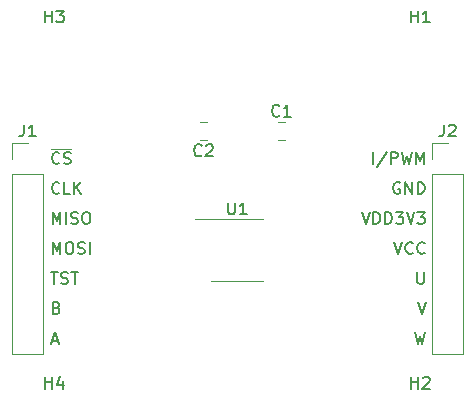
<source format=gbr>
%TF.GenerationSoftware,KiCad,Pcbnew,(5.1.10)-1*%
%TF.CreationDate,2021-11-06T00:44:08+01:00*%
%TF.ProjectId,AS5047D_breakout,41533530-3437-4445-9f62-7265616b6f75,rev?*%
%TF.SameCoordinates,Original*%
%TF.FileFunction,Legend,Top*%
%TF.FilePolarity,Positive*%
%FSLAX46Y46*%
G04 Gerber Fmt 4.6, Leading zero omitted, Abs format (unit mm)*
G04 Created by KiCad (PCBNEW (5.1.10)-1) date 2021-11-06 00:44:08*
%MOMM*%
%LPD*%
G01*
G04 APERTURE LIST*
%ADD10C,0.150000*%
%ADD11C,0.120000*%
G04 APERTURE END LIST*
D10*
X256312500Y-115022380D02*
X256550595Y-116022380D01*
X256741071Y-115308095D01*
X256931547Y-116022380D01*
X257169642Y-115022380D01*
X256550595Y-112482380D02*
X256883928Y-113482380D01*
X257217261Y-112482380D01*
X256502976Y-109942380D02*
X256502976Y-110751904D01*
X256550595Y-110847142D01*
X256598214Y-110894761D01*
X256693452Y-110942380D01*
X256883928Y-110942380D01*
X256979166Y-110894761D01*
X257026785Y-110847142D01*
X257074404Y-110751904D01*
X257074404Y-109942380D01*
X254550595Y-107402380D02*
X254883928Y-108402380D01*
X255217261Y-107402380D01*
X256122023Y-108307142D02*
X256074404Y-108354761D01*
X255931547Y-108402380D01*
X255836309Y-108402380D01*
X255693452Y-108354761D01*
X255598214Y-108259523D01*
X255550595Y-108164285D01*
X255502976Y-107973809D01*
X255502976Y-107830952D01*
X255550595Y-107640476D01*
X255598214Y-107545238D01*
X255693452Y-107450000D01*
X255836309Y-107402380D01*
X255931547Y-107402380D01*
X256074404Y-107450000D01*
X256122023Y-107497619D01*
X257122023Y-108307142D02*
X257074404Y-108354761D01*
X256931547Y-108402380D01*
X256836309Y-108402380D01*
X256693452Y-108354761D01*
X256598214Y-108259523D01*
X256550595Y-108164285D01*
X256502976Y-107973809D01*
X256502976Y-107830952D01*
X256550595Y-107640476D01*
X256598214Y-107545238D01*
X256693452Y-107450000D01*
X256836309Y-107402380D01*
X256931547Y-107402380D01*
X257074404Y-107450000D01*
X257122023Y-107497619D01*
X251788690Y-104862380D02*
X252122023Y-105862380D01*
X252455357Y-104862380D01*
X252788690Y-105862380D02*
X252788690Y-104862380D01*
X253026785Y-104862380D01*
X253169642Y-104910000D01*
X253264880Y-105005238D01*
X253312500Y-105100476D01*
X253360119Y-105290952D01*
X253360119Y-105433809D01*
X253312500Y-105624285D01*
X253264880Y-105719523D01*
X253169642Y-105814761D01*
X253026785Y-105862380D01*
X252788690Y-105862380D01*
X253788690Y-105862380D02*
X253788690Y-104862380D01*
X254026785Y-104862380D01*
X254169642Y-104910000D01*
X254264880Y-105005238D01*
X254312500Y-105100476D01*
X254360119Y-105290952D01*
X254360119Y-105433809D01*
X254312500Y-105624285D01*
X254264880Y-105719523D01*
X254169642Y-105814761D01*
X254026785Y-105862380D01*
X253788690Y-105862380D01*
X254693452Y-104862380D02*
X255312500Y-104862380D01*
X254979166Y-105243333D01*
X255122023Y-105243333D01*
X255217261Y-105290952D01*
X255264880Y-105338571D01*
X255312500Y-105433809D01*
X255312500Y-105671904D01*
X255264880Y-105767142D01*
X255217261Y-105814761D01*
X255122023Y-105862380D01*
X254836309Y-105862380D01*
X254741071Y-105814761D01*
X254693452Y-105767142D01*
X255598214Y-104862380D02*
X255931547Y-105862380D01*
X256264880Y-104862380D01*
X256502976Y-104862380D02*
X257122023Y-104862380D01*
X256788690Y-105243333D01*
X256931547Y-105243333D01*
X257026785Y-105290952D01*
X257074404Y-105338571D01*
X257122023Y-105433809D01*
X257122023Y-105671904D01*
X257074404Y-105767142D01*
X257026785Y-105814761D01*
X256931547Y-105862380D01*
X256645833Y-105862380D01*
X256550595Y-105814761D01*
X256502976Y-105767142D01*
X255026785Y-102370000D02*
X254931547Y-102322380D01*
X254788690Y-102322380D01*
X254645833Y-102370000D01*
X254550595Y-102465238D01*
X254502976Y-102560476D01*
X254455357Y-102750952D01*
X254455357Y-102893809D01*
X254502976Y-103084285D01*
X254550595Y-103179523D01*
X254645833Y-103274761D01*
X254788690Y-103322380D01*
X254883928Y-103322380D01*
X255026785Y-103274761D01*
X255074404Y-103227142D01*
X255074404Y-102893809D01*
X254883928Y-102893809D01*
X255502976Y-103322380D02*
X255502976Y-102322380D01*
X256074404Y-103322380D01*
X256074404Y-102322380D01*
X256550595Y-103322380D02*
X256550595Y-102322380D01*
X256788690Y-102322380D01*
X256931547Y-102370000D01*
X257026785Y-102465238D01*
X257074404Y-102560476D01*
X257122023Y-102750952D01*
X257122023Y-102893809D01*
X257074404Y-103084285D01*
X257026785Y-103179523D01*
X256931547Y-103274761D01*
X256788690Y-103322380D01*
X256550595Y-103322380D01*
X252741071Y-100782380D02*
X252741071Y-99782380D01*
X253931547Y-99734761D02*
X253074404Y-101020476D01*
X254264880Y-100782380D02*
X254264880Y-99782380D01*
X254645833Y-99782380D01*
X254741071Y-99830000D01*
X254788690Y-99877619D01*
X254836309Y-99972857D01*
X254836309Y-100115714D01*
X254788690Y-100210952D01*
X254741071Y-100258571D01*
X254645833Y-100306190D01*
X254264880Y-100306190D01*
X255169642Y-99782380D02*
X255407738Y-100782380D01*
X255598214Y-100068095D01*
X255788690Y-100782380D01*
X256026785Y-99782380D01*
X256407738Y-100782380D02*
X256407738Y-99782380D01*
X256741071Y-100496666D01*
X257074404Y-99782380D01*
X257074404Y-100782380D01*
D11*
X225496547Y-99518465D02*
X227223575Y-99518465D01*
D10*
X225577976Y-115736666D02*
X226054166Y-115736666D01*
X225482738Y-116022380D02*
X225816071Y-115022380D01*
X226149404Y-116022380D01*
X225958928Y-112958571D02*
X226101785Y-113006190D01*
X226149404Y-113053809D01*
X226197023Y-113149047D01*
X226197023Y-113291904D01*
X226149404Y-113387142D01*
X226101785Y-113434761D01*
X226006547Y-113482380D01*
X225625595Y-113482380D01*
X225625595Y-112482380D01*
X225958928Y-112482380D01*
X226054166Y-112530000D01*
X226101785Y-112577619D01*
X226149404Y-112672857D01*
X226149404Y-112768095D01*
X226101785Y-112863333D01*
X226054166Y-112910952D01*
X225958928Y-112958571D01*
X225625595Y-112958571D01*
X225482738Y-109942380D02*
X226054166Y-109942380D01*
X225768452Y-110942380D02*
X225768452Y-109942380D01*
X226339880Y-110894761D02*
X226482738Y-110942380D01*
X226720833Y-110942380D01*
X226816071Y-110894761D01*
X226863690Y-110847142D01*
X226911309Y-110751904D01*
X226911309Y-110656666D01*
X226863690Y-110561428D01*
X226816071Y-110513809D01*
X226720833Y-110466190D01*
X226530357Y-110418571D01*
X226435119Y-110370952D01*
X226387500Y-110323333D01*
X226339880Y-110228095D01*
X226339880Y-110132857D01*
X226387500Y-110037619D01*
X226435119Y-109990000D01*
X226530357Y-109942380D01*
X226768452Y-109942380D01*
X226911309Y-109990000D01*
X227197023Y-109942380D02*
X227768452Y-109942380D01*
X227482738Y-110942380D02*
X227482738Y-109942380D01*
X225625595Y-108402380D02*
X225625595Y-107402380D01*
X225958928Y-108116666D01*
X226292261Y-107402380D01*
X226292261Y-108402380D01*
X226958928Y-107402380D02*
X227149404Y-107402380D01*
X227244642Y-107450000D01*
X227339880Y-107545238D01*
X227387500Y-107735714D01*
X227387500Y-108069047D01*
X227339880Y-108259523D01*
X227244642Y-108354761D01*
X227149404Y-108402380D01*
X226958928Y-108402380D01*
X226863690Y-108354761D01*
X226768452Y-108259523D01*
X226720833Y-108069047D01*
X226720833Y-107735714D01*
X226768452Y-107545238D01*
X226863690Y-107450000D01*
X226958928Y-107402380D01*
X227768452Y-108354761D02*
X227911309Y-108402380D01*
X228149404Y-108402380D01*
X228244642Y-108354761D01*
X228292261Y-108307142D01*
X228339880Y-108211904D01*
X228339880Y-108116666D01*
X228292261Y-108021428D01*
X228244642Y-107973809D01*
X228149404Y-107926190D01*
X227958928Y-107878571D01*
X227863690Y-107830952D01*
X227816071Y-107783333D01*
X227768452Y-107688095D01*
X227768452Y-107592857D01*
X227816071Y-107497619D01*
X227863690Y-107450000D01*
X227958928Y-107402380D01*
X228197023Y-107402380D01*
X228339880Y-107450000D01*
X228768452Y-108402380D02*
X228768452Y-107402380D01*
X225625595Y-105862380D02*
X225625595Y-104862380D01*
X225958928Y-105576666D01*
X226292261Y-104862380D01*
X226292261Y-105862380D01*
X226768452Y-105862380D02*
X226768452Y-104862380D01*
X227197023Y-105814761D02*
X227339880Y-105862380D01*
X227577976Y-105862380D01*
X227673214Y-105814761D01*
X227720833Y-105767142D01*
X227768452Y-105671904D01*
X227768452Y-105576666D01*
X227720833Y-105481428D01*
X227673214Y-105433809D01*
X227577976Y-105386190D01*
X227387500Y-105338571D01*
X227292261Y-105290952D01*
X227244642Y-105243333D01*
X227197023Y-105148095D01*
X227197023Y-105052857D01*
X227244642Y-104957619D01*
X227292261Y-104910000D01*
X227387500Y-104862380D01*
X227625595Y-104862380D01*
X227768452Y-104910000D01*
X228387500Y-104862380D02*
X228577976Y-104862380D01*
X228673214Y-104910000D01*
X228768452Y-105005238D01*
X228816071Y-105195714D01*
X228816071Y-105529047D01*
X228768452Y-105719523D01*
X228673214Y-105814761D01*
X228577976Y-105862380D01*
X228387500Y-105862380D01*
X228292261Y-105814761D01*
X228197023Y-105719523D01*
X228149404Y-105529047D01*
X228149404Y-105195714D01*
X228197023Y-105005238D01*
X228292261Y-104910000D01*
X228387500Y-104862380D01*
X226197023Y-103227142D02*
X226149404Y-103274761D01*
X226006547Y-103322380D01*
X225911309Y-103322380D01*
X225768452Y-103274761D01*
X225673214Y-103179523D01*
X225625595Y-103084285D01*
X225577976Y-102893809D01*
X225577976Y-102750952D01*
X225625595Y-102560476D01*
X225673214Y-102465238D01*
X225768452Y-102370000D01*
X225911309Y-102322380D01*
X226006547Y-102322380D01*
X226149404Y-102370000D01*
X226197023Y-102417619D01*
X227101785Y-103322380D02*
X226625595Y-103322380D01*
X226625595Y-102322380D01*
X227435119Y-103322380D02*
X227435119Y-102322380D01*
X228006547Y-103322380D02*
X227577976Y-102750952D01*
X228006547Y-102322380D02*
X227435119Y-102893809D01*
X226197023Y-100687142D02*
X226149404Y-100734761D01*
X226006547Y-100782380D01*
X225911309Y-100782380D01*
X225768452Y-100734761D01*
X225673214Y-100639523D01*
X225625595Y-100544285D01*
X225577976Y-100353809D01*
X225577976Y-100210952D01*
X225625595Y-100020476D01*
X225673214Y-99925238D01*
X225768452Y-99830000D01*
X225911309Y-99782380D01*
X226006547Y-99782380D01*
X226149404Y-99830000D01*
X226197023Y-99877619D01*
X226577976Y-100734761D02*
X226720833Y-100782380D01*
X226958928Y-100782380D01*
X227054166Y-100734761D01*
X227101785Y-100687142D01*
X227149404Y-100591904D01*
X227149404Y-100496666D01*
X227101785Y-100401428D01*
X227054166Y-100353809D01*
X226958928Y-100306190D01*
X226768452Y-100258571D01*
X226673214Y-100210952D01*
X226625595Y-100163333D01*
X226577976Y-100068095D01*
X226577976Y-99972857D01*
X226625595Y-99877619D01*
X226673214Y-99830000D01*
X226768452Y-99782380D01*
X227006547Y-99782380D01*
X227149404Y-99830000D01*
D11*
%TO.C,C2*%
X238661252Y-97265000D02*
X238138748Y-97265000D01*
X238661252Y-98735000D02*
X238138748Y-98735000D01*
%TO.C,C1*%
X244738748Y-98735000D02*
X245261252Y-98735000D01*
X244738748Y-97265000D02*
X245261252Y-97265000D01*
%TO.C,J2*%
X257750000Y-99000000D02*
X259080000Y-99000000D01*
X257750000Y-100330000D02*
X257750000Y-99000000D01*
X257750000Y-101600000D02*
X260410000Y-101600000D01*
X260410000Y-101600000D02*
X260410000Y-116900000D01*
X257750000Y-101600000D02*
X257750000Y-116900000D01*
X257750000Y-116900000D02*
X260410000Y-116900000D01*
%TO.C,J1*%
X222190000Y-99000000D02*
X223520000Y-99000000D01*
X222190000Y-100330000D02*
X222190000Y-99000000D01*
X222190000Y-101600000D02*
X224850000Y-101600000D01*
X224850000Y-101600000D02*
X224850000Y-116900000D01*
X222190000Y-101600000D02*
X222190000Y-116900000D01*
X222190000Y-116900000D02*
X224850000Y-116900000D01*
%TO.C,U1*%
X241250000Y-105440000D02*
X237650000Y-105440000D01*
X241250000Y-105440000D02*
X243450000Y-105440000D01*
X241250000Y-110660000D02*
X239050000Y-110660000D01*
X241250000Y-110660000D02*
X243450000Y-110660000D01*
%TO.C,C2*%
D10*
X238233333Y-100037142D02*
X238185714Y-100084761D01*
X238042857Y-100132380D01*
X237947619Y-100132380D01*
X237804761Y-100084761D01*
X237709523Y-99989523D01*
X237661904Y-99894285D01*
X237614285Y-99703809D01*
X237614285Y-99560952D01*
X237661904Y-99370476D01*
X237709523Y-99275238D01*
X237804761Y-99180000D01*
X237947619Y-99132380D01*
X238042857Y-99132380D01*
X238185714Y-99180000D01*
X238233333Y-99227619D01*
X238614285Y-99227619D02*
X238661904Y-99180000D01*
X238757142Y-99132380D01*
X238995238Y-99132380D01*
X239090476Y-99180000D01*
X239138095Y-99227619D01*
X239185714Y-99322857D01*
X239185714Y-99418095D01*
X239138095Y-99560952D01*
X238566666Y-100132380D01*
X239185714Y-100132380D01*
%TO.C,C1*%
X244833333Y-96677142D02*
X244785714Y-96724761D01*
X244642857Y-96772380D01*
X244547619Y-96772380D01*
X244404761Y-96724761D01*
X244309523Y-96629523D01*
X244261904Y-96534285D01*
X244214285Y-96343809D01*
X244214285Y-96200952D01*
X244261904Y-96010476D01*
X244309523Y-95915238D01*
X244404761Y-95820000D01*
X244547619Y-95772380D01*
X244642857Y-95772380D01*
X244785714Y-95820000D01*
X244833333Y-95867619D01*
X245785714Y-96772380D02*
X245214285Y-96772380D01*
X245500000Y-96772380D02*
X245500000Y-95772380D01*
X245404761Y-95915238D01*
X245309523Y-96010476D01*
X245214285Y-96058095D01*
%TO.C,J2*%
X258746666Y-97452380D02*
X258746666Y-98166666D01*
X258699047Y-98309523D01*
X258603809Y-98404761D01*
X258460952Y-98452380D01*
X258365714Y-98452380D01*
X259175238Y-97547619D02*
X259222857Y-97500000D01*
X259318095Y-97452380D01*
X259556190Y-97452380D01*
X259651428Y-97500000D01*
X259699047Y-97547619D01*
X259746666Y-97642857D01*
X259746666Y-97738095D01*
X259699047Y-97880952D01*
X259127619Y-98452380D01*
X259746666Y-98452380D01*
%TO.C,J1*%
X223186666Y-97452380D02*
X223186666Y-98166666D01*
X223139047Y-98309523D01*
X223043809Y-98404761D01*
X222900952Y-98452380D01*
X222805714Y-98452380D01*
X224186666Y-98452380D02*
X223615238Y-98452380D01*
X223900952Y-98452380D02*
X223900952Y-97452380D01*
X223805714Y-97595238D01*
X223710476Y-97690476D01*
X223615238Y-97738095D01*
%TO.C,U1*%
X240488095Y-104052380D02*
X240488095Y-104861904D01*
X240535714Y-104957142D01*
X240583333Y-105004761D01*
X240678571Y-105052380D01*
X240869047Y-105052380D01*
X240964285Y-105004761D01*
X241011904Y-104957142D01*
X241059523Y-104861904D01*
X241059523Y-104052380D01*
X242059523Y-105052380D02*
X241488095Y-105052380D01*
X241773809Y-105052380D02*
X241773809Y-104052380D01*
X241678571Y-104195238D01*
X241583333Y-104290476D01*
X241488095Y-104338095D01*
%TO.C,H4*%
X224988095Y-119802380D02*
X224988095Y-118802380D01*
X224988095Y-119278571D02*
X225559523Y-119278571D01*
X225559523Y-119802380D02*
X225559523Y-118802380D01*
X226464285Y-119135714D02*
X226464285Y-119802380D01*
X226226190Y-118754761D02*
X225988095Y-119469047D01*
X226607142Y-119469047D01*
%TO.C,H3*%
X224988095Y-88802380D02*
X224988095Y-87802380D01*
X224988095Y-88278571D02*
X225559523Y-88278571D01*
X225559523Y-88802380D02*
X225559523Y-87802380D01*
X225940476Y-87802380D02*
X226559523Y-87802380D01*
X226226190Y-88183333D01*
X226369047Y-88183333D01*
X226464285Y-88230952D01*
X226511904Y-88278571D01*
X226559523Y-88373809D01*
X226559523Y-88611904D01*
X226511904Y-88707142D01*
X226464285Y-88754761D01*
X226369047Y-88802380D01*
X226083333Y-88802380D01*
X225988095Y-88754761D01*
X225940476Y-88707142D01*
%TO.C,H2*%
X255988095Y-119802380D02*
X255988095Y-118802380D01*
X255988095Y-119278571D02*
X256559523Y-119278571D01*
X256559523Y-119802380D02*
X256559523Y-118802380D01*
X256988095Y-118897619D02*
X257035714Y-118850000D01*
X257130952Y-118802380D01*
X257369047Y-118802380D01*
X257464285Y-118850000D01*
X257511904Y-118897619D01*
X257559523Y-118992857D01*
X257559523Y-119088095D01*
X257511904Y-119230952D01*
X256940476Y-119802380D01*
X257559523Y-119802380D01*
%TO.C,H1*%
X255988095Y-88802380D02*
X255988095Y-87802380D01*
X255988095Y-88278571D02*
X256559523Y-88278571D01*
X256559523Y-88802380D02*
X256559523Y-87802380D01*
X257559523Y-88802380D02*
X256988095Y-88802380D01*
X257273809Y-88802380D02*
X257273809Y-87802380D01*
X257178571Y-87945238D01*
X257083333Y-88040476D01*
X256988095Y-88088095D01*
%TD*%
M02*

</source>
